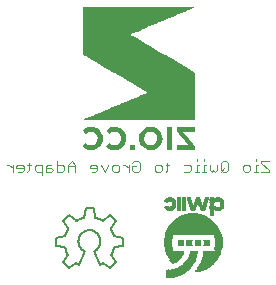
<source format=gbr>
G04 EAGLE Gerber RS-274X export*
G75*
%MOMM*%
%FSLAX34Y34*%
%LPD*%
%INSilkscreen Bottom*%
%IPPOS*%
%AMOC8*
5,1,8,0,0,1.08239X$1,22.5*%
G01*
%ADD10C,0.101600*%
%ADD11R,0.120000X0.020000*%
%ADD12R,0.340000X0.020000*%
%ADD13R,0.320000X0.020000*%
%ADD14R,0.140000X0.020000*%
%ADD15R,0.280000X0.020000*%
%ADD16R,0.360000X0.020000*%
%ADD17R,0.420000X0.020000*%
%ADD18R,0.380000X0.020000*%
%ADD19R,0.480000X0.020000*%
%ADD20R,0.540000X0.020000*%
%ADD21R,0.560000X0.020000*%
%ADD22R,0.400000X0.020000*%
%ADD23R,0.640000X0.020000*%
%ADD24R,0.620000X0.020000*%
%ADD25R,0.700000X0.020000*%
%ADD26R,0.660000X0.020000*%
%ADD27R,0.740000X0.020000*%
%ADD28R,1.080000X0.020000*%
%ADD29R,0.800000X0.020000*%
%ADD30R,1.100000X0.020000*%
%ADD31R,0.440000X0.020000*%
%ADD32R,0.840000X0.020000*%
%ADD33R,1.120000X0.020000*%
%ADD34R,0.460000X0.020000*%
%ADD35R,0.860000X0.020000*%
%ADD36R,0.900000X0.020000*%
%ADD37R,1.140000X0.020000*%
%ADD38R,0.920000X0.020000*%
%ADD39R,1.160000X0.020000*%
%ADD40R,0.960000X0.020000*%
%ADD41R,0.500000X0.020000*%
%ADD42R,0.520000X0.020000*%
%ADD43R,0.940000X0.020000*%
%ADD44R,0.260000X0.020000*%
%ADD45R,0.180000X0.020000*%
%ADD46R,0.580000X0.020000*%
%ADD47R,0.060000X0.020000*%
%ADD48R,0.600000X0.020000*%
%ADD49R,0.300000X0.020000*%
%ADD50R,0.040000X0.020000*%
%ADD51R,0.100000X0.020000*%
%ADD52R,0.160000X0.020000*%
%ADD53R,0.220000X0.020000*%
%ADD54R,0.980000X0.020000*%
%ADD55R,0.880000X0.020000*%
%ADD56R,0.760000X0.020000*%
%ADD57R,1.060000X0.020000*%
%ADD58R,0.720000X0.020000*%
%ADD59R,0.820000X0.020000*%
%ADD60R,1.180000X0.020000*%
%ADD61R,1.340000X0.020000*%
%ADD62R,1.460000X0.020000*%
%ADD63R,1.600000X0.020000*%
%ADD64R,1.700000X0.020000*%
%ADD65R,1.820000X0.020000*%
%ADD66R,1.900000X0.020000*%
%ADD67R,1.980000X0.020000*%
%ADD68R,2.100000X0.020000*%
%ADD69R,2.160000X0.020000*%
%ADD70R,2.260000X0.020000*%
%ADD71R,2.340000X0.020000*%
%ADD72R,2.400000X0.020000*%
%ADD73R,2.480000X0.020000*%
%ADD74R,2.540000X0.020000*%
%ADD75R,2.600000X0.020000*%
%ADD76R,2.680000X0.020000*%
%ADD77R,2.720000X0.020000*%
%ADD78R,2.800000X0.020000*%
%ADD79R,2.840000X0.020000*%
%ADD80R,2.900000X0.020000*%
%ADD81R,2.960000X0.020000*%
%ADD82R,3.000000X0.020000*%
%ADD83R,3.060000X0.020000*%
%ADD84R,3.120000X0.020000*%
%ADD85R,3.160000X0.020000*%
%ADD86R,3.200000X0.020000*%
%ADD87R,3.260000X0.020000*%
%ADD88R,3.300000X0.020000*%
%ADD89R,3.340000X0.020000*%
%ADD90R,3.380000X0.020000*%
%ADD91R,3.420000X0.020000*%
%ADD92R,3.460000X0.020000*%
%ADD93R,3.520000X0.020000*%
%ADD94R,3.540000X0.020000*%
%ADD95R,3.580000X0.020000*%
%ADD96R,3.620000X0.020000*%
%ADD97R,3.660000X0.020000*%
%ADD98R,3.700000X0.020000*%
%ADD99R,3.740000X0.020000*%
%ADD100R,3.780000X0.020000*%
%ADD101R,3.800000X0.020000*%
%ADD102R,3.840000X0.020000*%
%ADD103R,3.860000X0.020000*%
%ADD104R,3.900000X0.020000*%
%ADD105R,3.940000X0.020000*%
%ADD106R,3.960000X0.020000*%
%ADD107R,3.980000X0.020000*%
%ADD108R,4.020000X0.020000*%
%ADD109R,4.060000X0.020000*%
%ADD110R,4.080000X0.020000*%
%ADD111R,4.100000X0.020000*%
%ADD112R,4.120000X0.020000*%
%ADD113R,4.160000X0.020000*%
%ADD114R,4.180000X0.020000*%
%ADD115R,4.200000X0.020000*%
%ADD116R,4.240000X0.020000*%
%ADD117R,4.260000X0.020000*%
%ADD118R,4.280000X0.020000*%
%ADD119R,4.300000X0.020000*%
%ADD120R,4.320000X0.020000*%
%ADD121R,4.340000X0.020000*%
%ADD122R,4.380000X0.020000*%
%ADD123R,4.400000X0.020000*%
%ADD124R,4.440000X0.020000*%
%ADD125R,4.460000X0.020000*%
%ADD126R,4.500000X0.020000*%
%ADD127R,4.520000X0.020000*%
%ADD128R,4.540000X0.020000*%
%ADD129R,4.560000X0.020000*%
%ADD130R,4.580000X0.020000*%
%ADD131R,4.600000X0.020000*%
%ADD132R,4.620000X0.020000*%
%ADD133R,4.640000X0.020000*%
%ADD134R,4.660000X0.020000*%
%ADD135R,4.680000X0.020000*%
%ADD136R,4.700000X0.020000*%
%ADD137R,4.720000X0.020000*%
%ADD138R,4.740000X0.020000*%
%ADD139R,0.680000X0.020000*%
%ADD140R,1.480000X0.020000*%
%ADD141R,1.580000X0.020000*%
%ADD142R,1.560000X0.020000*%
%ADD143R,1.540000X0.020000*%
%ADD144R,1.520000X0.020000*%
%ADD145R,1.500000X0.020000*%
%ADD146R,1.440000X0.020000*%
%ADD147R,1.400000X0.020000*%
%ADD148R,1.420000X0.020000*%
%ADD149R,1.380000X0.020000*%
%ADD150R,1.360000X0.020000*%
%ADD151R,1.320000X0.020000*%
%ADD152R,1.300000X0.020000*%
%ADD153R,1.260000X0.020000*%
%ADD154R,1.220000X0.020000*%
%ADD155R,1.200000X0.020000*%
%ADD156R,1.040000X0.020000*%
%ADD157R,1.020000X0.020000*%
%ADD158R,1.000000X0.020000*%
%ADD159R,1.280000X0.020000*%
%ADD160R,0.780000X0.020000*%
%ADD161R,1.240000X0.020000*%
%ADD162R,0.020000X0.020000*%
%ADD163R,1.840000X0.020000*%
%ADD164R,1.800000X0.020000*%
%ADD165R,1.780000X0.020000*%
%ADD166R,1.760000X0.020000*%
%ADD167R,1.740000X0.020000*%
%ADD168R,1.680000X0.020000*%
%ADD169R,1.660000X0.020000*%
%ADD170R,1.620000X0.020000*%
%ADD171C,0.152400*%

G36*
X179663Y143999D02*
X179663Y143999D01*
X179662Y144000D01*
X179663Y144001D01*
X179663Y184079D01*
X179658Y184085D01*
X179657Y184090D01*
X176888Y185696D01*
X174120Y187300D01*
X171352Y188906D01*
X165815Y192113D01*
X163047Y193720D01*
X160278Y195323D01*
X157507Y196930D01*
X154738Y198533D01*
X151970Y200137D01*
X149205Y201743D01*
X146440Y203347D01*
X143675Y204953D01*
X140910Y206560D01*
X138148Y208166D01*
X135386Y209776D01*
X132624Y211386D01*
X129862Y213002D01*
X127106Y214618D01*
X124384Y216248D01*
X127057Y217391D01*
X129758Y218530D01*
X132462Y219670D01*
X135163Y220806D01*
X137865Y221945D01*
X140569Y223078D01*
X143270Y224214D01*
X145974Y225350D01*
X148676Y226487D01*
X151380Y227619D01*
X154139Y228778D01*
X156897Y229933D01*
X159656Y231092D01*
X162412Y232250D01*
X165170Y233406D01*
X170688Y235723D01*
X173447Y236881D01*
X176205Y238040D01*
X178961Y239199D01*
X179601Y239474D01*
X179604Y239479D01*
X179608Y239483D01*
X179607Y239485D01*
X179608Y239488D01*
X179601Y239491D01*
X179596Y239497D01*
X170053Y239497D01*
X166872Y239500D01*
X138241Y239500D01*
X137368Y239501D01*
X137336Y239501D01*
X135060Y239503D01*
X103244Y239503D01*
X100063Y239506D01*
X84157Y239506D01*
X84145Y239496D01*
X84146Y239495D01*
X84145Y239494D01*
X84145Y199313D01*
X84150Y199308D01*
X84151Y199303D01*
X86910Y197706D01*
X89669Y196106D01*
X92424Y194506D01*
X95183Y192909D01*
X97942Y191308D01*
X100701Y189711D01*
X103459Y188111D01*
X106218Y186511D01*
X108977Y184914D01*
X111735Y183314D01*
X114501Y181710D01*
X117263Y180110D01*
X120028Y178507D01*
X122793Y176903D01*
X125558Y175297D01*
X128320Y173693D01*
X131082Y172087D01*
X136606Y168874D01*
X139341Y167266D01*
X136636Y166095D01*
X133896Y164930D01*
X131160Y163774D01*
X128417Y162616D01*
X125678Y161460D01*
X122935Y160305D01*
X120196Y159153D01*
X117453Y158001D01*
X114710Y156849D01*
X111967Y155700D01*
X109205Y154541D01*
X106447Y153383D01*
X103685Y152224D01*
X100923Y151066D01*
X98164Y149907D01*
X95402Y148748D01*
X92643Y147590D01*
X89881Y146431D01*
X87123Y145270D01*
X84367Y144105D01*
X84364Y144099D01*
X84360Y144095D01*
X84362Y144093D01*
X84360Y144090D01*
X84367Y144087D01*
X84372Y144082D01*
X87540Y144050D01*
X90708Y144037D01*
X93880Y144027D01*
X97052Y144021D01*
X100223Y144015D01*
X103392Y144011D01*
X106563Y144008D01*
X109735Y144002D01*
X112906Y143999D01*
X116078Y143999D01*
X119246Y143995D01*
X122418Y143992D01*
X138292Y143992D01*
X141473Y143989D01*
X179651Y143989D01*
X179663Y143999D01*
G37*
G36*
X143535Y118600D02*
X143535Y118600D01*
X143536Y118602D01*
X143538Y118601D01*
X146492Y119558D01*
X146493Y119560D01*
X146495Y119559D01*
X149024Y121367D01*
X149024Y121370D01*
X149026Y121370D01*
X150854Y123879D01*
X150853Y123882D01*
X150855Y123882D01*
X151287Y125089D01*
X151611Y125978D01*
X151610Y125981D01*
X151611Y125982D01*
X151762Y128209D01*
X151761Y128210D01*
X151762Y128211D01*
X151592Y130525D01*
X151590Y130527D01*
X151591Y130528D01*
X150743Y132685D01*
X150741Y132686D01*
X150742Y132688D01*
X148933Y135159D01*
X148931Y135159D01*
X148931Y135162D01*
X146421Y136919D01*
X146419Y136918D01*
X146419Y136920D01*
X144169Y137727D01*
X144167Y137726D01*
X144165Y137727D01*
X141775Y137865D01*
X141774Y137864D01*
X141773Y137865D01*
X138860Y137577D01*
X138859Y137575D01*
X138857Y137576D01*
X136018Y136241D01*
X136017Y136239D01*
X136015Y136239D01*
X133730Y134095D01*
X133729Y134092D01*
X133727Y134091D01*
X132287Y131307D01*
X132288Y131305D01*
X132286Y131303D01*
X132286Y131302D01*
X132284Y131290D01*
X132275Y131230D01*
X132273Y131218D01*
X132272Y131206D01*
X132270Y131194D01*
X132259Y131123D01*
X132258Y131111D01*
X132256Y131099D01*
X132254Y131087D01*
X132245Y131027D01*
X132244Y131015D01*
X132242Y131003D01*
X132240Y130991D01*
X132238Y130980D01*
X132238Y130979D01*
X132230Y130920D01*
X132228Y130908D01*
X132226Y130896D01*
X132225Y130884D01*
X132224Y130884D01*
X132225Y130884D01*
X132214Y130812D01*
X132212Y130800D01*
X132211Y130789D01*
X132211Y130788D01*
X132209Y130777D01*
X132200Y130717D01*
X132198Y130705D01*
X132197Y130693D01*
X132195Y130681D01*
X132184Y130609D01*
X132183Y130598D01*
X132183Y130597D01*
X132181Y130586D01*
X132179Y130574D01*
X132170Y130514D01*
X132169Y130502D01*
X132167Y130490D01*
X132165Y130478D01*
X132163Y130466D01*
X132155Y130407D01*
X132155Y130406D01*
X132153Y130395D01*
X132151Y130383D01*
X132149Y130371D01*
X132139Y130299D01*
X132137Y130287D01*
X132135Y130275D01*
X132134Y130263D01*
X132125Y130204D01*
X132123Y130192D01*
X132121Y130180D01*
X132120Y130168D01*
X132109Y130096D01*
X132108Y130084D01*
X132107Y130084D01*
X132108Y130084D01*
X132106Y130072D01*
X132104Y130060D01*
X132094Y129989D01*
X132092Y129977D01*
X132090Y129965D01*
X132088Y129953D01*
X132080Y129893D01*
X132078Y129881D01*
X132076Y129869D01*
X132074Y129857D01*
X132064Y129786D01*
X132062Y129774D01*
X132060Y129762D01*
X132059Y129750D01*
X132050Y129690D01*
X132048Y129678D01*
X132046Y129666D01*
X132045Y129654D01*
X132034Y129583D01*
X132032Y129571D01*
X132031Y129559D01*
X132029Y129547D01*
X132018Y129475D01*
X132017Y129463D01*
X132015Y129452D01*
X132015Y129451D01*
X132013Y129440D01*
X132004Y129380D01*
X132003Y129368D01*
X132001Y129356D01*
X131999Y129344D01*
X131989Y129272D01*
X131987Y129261D01*
X131987Y129260D01*
X131985Y129249D01*
X131984Y129237D01*
X131983Y129237D01*
X131984Y129237D01*
X131975Y129177D01*
X131973Y129165D01*
X131971Y129153D01*
X131970Y129141D01*
X131959Y129070D01*
X131959Y129069D01*
X131957Y129058D01*
X131956Y129046D01*
X131954Y129034D01*
X131943Y128962D01*
X131942Y128950D01*
X131940Y128938D01*
X131938Y128926D01*
X131929Y128867D01*
X131928Y128855D01*
X131926Y128843D01*
X131924Y128831D01*
X131914Y128759D01*
X131912Y128747D01*
X131910Y128735D01*
X131908Y128723D01*
X131900Y128664D01*
X131898Y128652D01*
X131896Y128640D01*
X131894Y128628D01*
X131893Y128616D01*
X131884Y128556D01*
X131882Y128544D01*
X131880Y128532D01*
X131879Y128520D01*
X131868Y128449D01*
X131867Y128437D01*
X131866Y128437D01*
X131867Y128437D01*
X131865Y128425D01*
X131863Y128413D01*
X131854Y128353D01*
X131853Y128341D01*
X131851Y128329D01*
X131849Y128317D01*
X131839Y128246D01*
X131838Y128241D01*
X131839Y128239D01*
X131838Y128237D01*
X132126Y125831D01*
X132127Y125829D01*
X132126Y125828D01*
X132411Y125089D01*
X133007Y123568D01*
X133008Y123567D01*
X133008Y123566D01*
X134439Y121613D01*
X134441Y121613D01*
X134441Y121611D01*
X136627Y119864D01*
X136629Y119864D01*
X136630Y119862D01*
X139219Y118803D01*
X139221Y118803D01*
X139222Y118802D01*
X141369Y118546D01*
X141370Y118546D01*
X141371Y118546D01*
X143535Y118600D01*
G37*
G36*
X179663Y118819D02*
X179663Y118819D01*
X179662Y118819D01*
X179663Y118820D01*
X179663Y121969D01*
X179659Y121973D01*
X179660Y121977D01*
X177948Y123968D01*
X176235Y125958D01*
X174523Y127952D01*
X172811Y129943D01*
X171096Y131934D01*
X169400Y133905D01*
X171864Y133920D01*
X174354Y133933D01*
X176841Y133946D01*
X179331Y133962D01*
X179343Y133973D01*
X179342Y133973D01*
X179343Y133974D01*
X179343Y137600D01*
X179332Y137612D01*
X179331Y137611D01*
X179331Y137612D01*
X163966Y137612D01*
X163954Y137602D01*
X163954Y137601D01*
X163954Y137600D01*
X163966Y134451D01*
X163970Y134447D01*
X163969Y134443D01*
X165685Y132452D01*
X167403Y130459D01*
X169119Y128468D01*
X170834Y126477D01*
X172553Y124483D01*
X174251Y122512D01*
X173529Y122509D01*
X173523Y122509D01*
X171701Y122500D01*
X171242Y122497D01*
X171237Y122497D01*
X169318Y122485D01*
X169313Y122485D01*
X169121Y122484D01*
X166961Y122473D01*
X166955Y122473D01*
X166545Y122471D01*
X164557Y122461D01*
X164551Y122461D01*
X163966Y122458D01*
X163954Y122448D01*
X163954Y122447D01*
X163954Y122446D01*
X163954Y118820D01*
X163964Y118808D01*
X163965Y118809D01*
X163966Y118808D01*
X179651Y118808D01*
X179663Y118819D01*
G37*
G36*
X113124Y118587D02*
X113124Y118587D01*
X113126Y118589D01*
X113128Y118588D01*
X116133Y119551D01*
X116134Y119553D01*
X116136Y119553D01*
X118649Y121457D01*
X118649Y121460D01*
X118651Y121460D01*
X120181Y123591D01*
X120181Y123594D01*
X120183Y123594D01*
X121066Y126068D01*
X121065Y126070D01*
X121067Y126071D01*
X121265Y128689D01*
X121264Y128691D01*
X121265Y128692D01*
X120839Y131182D01*
X120838Y131183D01*
X120838Y131185D01*
X119789Y133483D01*
X119787Y133484D01*
X119787Y133486D01*
X118171Y135428D01*
X118169Y135429D01*
X118168Y135430D01*
X116008Y136935D01*
X116006Y136934D01*
X116005Y136936D01*
X113509Y137775D01*
X113507Y137774D01*
X113506Y137775D01*
X110961Y137913D01*
X110960Y137912D01*
X110959Y137913D01*
X108428Y137618D01*
X108426Y137617D01*
X108425Y137618D01*
X106264Y136744D01*
X106263Y136742D01*
X106262Y136742D01*
X104377Y135379D01*
X104376Y135374D01*
X104372Y135373D01*
X104219Y134858D01*
X104219Y134857D01*
X104222Y134851D01*
X104221Y134846D01*
X105434Y133429D01*
X106557Y132116D01*
X106570Y132115D01*
X106572Y132114D01*
X107382Y132581D01*
X109361Y133716D01*
X111597Y134122D01*
X113800Y133582D01*
X115675Y132046D01*
X116738Y129865D01*
X116895Y128261D01*
X116738Y126661D01*
X115521Y124237D01*
X113334Y122650D01*
X111373Y122388D01*
X109409Y122646D01*
X107117Y124043D01*
X106545Y124507D01*
X106529Y124506D01*
X105201Y123188D01*
X103876Y121869D01*
X103875Y121853D01*
X103876Y121853D01*
X103876Y121852D01*
X104564Y121196D01*
X104565Y121196D01*
X104565Y121195D01*
X106534Y119710D01*
X106536Y119710D01*
X106536Y119708D01*
X108828Y118803D01*
X108830Y118803D01*
X108831Y118802D01*
X110969Y118549D01*
X110970Y118550D01*
X110970Y118549D01*
X113124Y118587D01*
G37*
G36*
X93067Y118552D02*
X93067Y118552D01*
X93069Y118554D01*
X93070Y118553D01*
X95813Y119343D01*
X95814Y119345D01*
X95816Y119344D01*
X98213Y120884D01*
X98214Y120886D01*
X98216Y120886D01*
X100037Y123085D01*
X100037Y123087D01*
X100039Y123088D01*
X101150Y125715D01*
X101149Y125717D01*
X101150Y125719D01*
X101397Y128206D01*
X101396Y128207D01*
X101397Y128208D01*
X101154Y130695D01*
X101152Y130696D01*
X101153Y130698D01*
X100113Y133198D01*
X100111Y133199D01*
X100111Y133200D01*
X98437Y135326D01*
X98435Y135326D01*
X98435Y135328D01*
X96223Y136887D01*
X96221Y136886D01*
X96220Y136888D01*
X93663Y137775D01*
X93661Y137774D01*
X93660Y137775D01*
X91116Y137913D01*
X91114Y137912D01*
X91114Y137913D01*
X88582Y137618D01*
X88581Y137617D01*
X88579Y137618D01*
X86422Y136744D01*
X86421Y136742D01*
X86419Y136742D01*
X84534Y135382D01*
X84531Y135367D01*
X85577Y133431D01*
X85579Y133430D01*
X85579Y133429D01*
X86718Y132110D01*
X86724Y132109D01*
X86726Y132107D01*
X86729Y132107D01*
X86730Y132108D01*
X86733Y132107D01*
X87277Y132386D01*
X87278Y132386D01*
X89311Y133646D01*
X91640Y134135D01*
X93955Y133582D01*
X95660Y132273D01*
X96714Y130392D01*
X97056Y128261D01*
X96650Y125888D01*
X95305Y123895D01*
X93444Y122640D01*
X91215Y122378D01*
X89094Y122848D01*
X87272Y124043D01*
X86699Y124507D01*
X86684Y124506D01*
X85416Y123242D01*
X84148Y121865D01*
X84148Y121850D01*
X84654Y121248D01*
X84656Y121248D01*
X84656Y121246D01*
X86595Y119752D01*
X86597Y119752D01*
X86598Y119750D01*
X88867Y118841D01*
X88869Y118842D01*
X88870Y118840D01*
X91306Y118546D01*
X91307Y118546D01*
X93067Y118552D01*
G37*
%LPC*%
G36*
X140340Y122516D02*
X140340Y122516D01*
X138182Y123649D01*
X137101Y125100D01*
X136725Y125607D01*
X136176Y127987D01*
X136553Y130404D01*
X138067Y132627D01*
X139849Y133761D01*
X141934Y134096D01*
X144249Y133604D01*
X146120Y132167D01*
X147229Y130072D01*
X147465Y128319D01*
X147456Y128234D01*
X147435Y128055D01*
X147414Y127864D01*
X147394Y127685D01*
X147372Y127494D01*
X147352Y127315D01*
X147330Y127124D01*
X147310Y126945D01*
X147289Y126754D01*
X147269Y126575D01*
X147268Y126575D01*
X147267Y126563D01*
X146420Y125099D01*
X145785Y124004D01*
X144013Y122970D01*
X143197Y122516D01*
X140340Y122516D01*
G37*
%LPD*%
G36*
X159817Y118819D02*
X159817Y118819D01*
X159816Y118819D01*
X159817Y118820D01*
X159817Y137597D01*
X159807Y137609D01*
X159806Y137608D01*
X159805Y137609D01*
X155750Y137609D01*
X155738Y137598D01*
X155739Y137598D01*
X155738Y137597D01*
X155738Y118820D01*
X155749Y118808D01*
X155750Y118809D01*
X155750Y118808D01*
X159805Y118808D01*
X159817Y118819D01*
G37*
G36*
X128767Y118819D02*
X128767Y118819D01*
X128766Y118819D01*
X128767Y118820D01*
X128767Y123086D01*
X128756Y123098D01*
X128756Y123097D01*
X128755Y123098D01*
X124380Y123098D01*
X124368Y123088D01*
X124369Y123087D01*
X124368Y123086D01*
X124368Y118820D01*
X124378Y118808D01*
X124379Y118809D01*
X124380Y118808D01*
X128755Y118808D01*
X128767Y118819D01*
G37*
D10*
X241554Y109228D02*
X235453Y109228D01*
X235453Y107703D01*
X241554Y101601D01*
X241554Y100076D01*
X235453Y100076D01*
X232199Y106177D02*
X230674Y106177D01*
X230674Y100076D01*
X232199Y100076D02*
X229148Y100076D01*
X230674Y109228D02*
X230674Y110753D01*
X224437Y100076D02*
X221386Y100076D01*
X219861Y101601D01*
X219861Y104652D01*
X221386Y106177D01*
X224437Y106177D01*
X225962Y104652D01*
X225962Y101601D01*
X224437Y100076D01*
X207252Y101601D02*
X207252Y107703D01*
X205726Y109228D01*
X202676Y109228D01*
X201150Y107703D01*
X201150Y101601D01*
X202676Y100076D01*
X205726Y100076D01*
X207252Y101601D01*
X204201Y103127D02*
X201150Y100076D01*
X197896Y101601D02*
X197896Y106177D01*
X197896Y101601D02*
X196371Y100076D01*
X194846Y101601D01*
X193321Y100076D01*
X191795Y101601D01*
X191795Y106177D01*
X188541Y106177D02*
X187016Y106177D01*
X187016Y100076D01*
X188541Y100076D02*
X185491Y100076D01*
X187016Y109228D02*
X187016Y110753D01*
X182305Y106177D02*
X180779Y106177D01*
X180779Y100076D01*
X179254Y100076D02*
X182305Y100076D01*
X180779Y109228D02*
X180779Y110753D01*
X174542Y106177D02*
X169967Y106177D01*
X174542Y106177D02*
X176068Y104652D01*
X176068Y101601D01*
X174542Y100076D01*
X169967Y100076D01*
X155832Y101601D02*
X155832Y107703D01*
X155832Y101601D02*
X154307Y100076D01*
X154307Y106177D02*
X157357Y106177D01*
X149595Y100076D02*
X146545Y100076D01*
X145019Y101601D01*
X145019Y104652D01*
X146545Y106177D01*
X149595Y106177D01*
X151121Y104652D01*
X151121Y101601D01*
X149595Y100076D01*
X127834Y109228D02*
X126309Y107703D01*
X127834Y109228D02*
X130885Y109228D01*
X132410Y107703D01*
X132410Y101601D01*
X130885Y100076D01*
X127834Y100076D01*
X126309Y101601D01*
X126309Y104652D01*
X129360Y104652D01*
X123055Y106177D02*
X123055Y100076D01*
X123055Y103127D02*
X120004Y106177D01*
X118479Y106177D01*
X113734Y100076D02*
X110683Y100076D01*
X109158Y101601D01*
X109158Y104652D01*
X110683Y106177D01*
X113734Y106177D01*
X115259Y104652D01*
X115259Y101601D01*
X113734Y100076D01*
X105904Y106177D02*
X102853Y100076D01*
X99803Y106177D01*
X95023Y100076D02*
X91973Y100076D01*
X95023Y100076D02*
X96549Y101601D01*
X96549Y104652D01*
X95023Y106177D01*
X91973Y106177D01*
X90447Y104652D01*
X90447Y103127D01*
X96549Y103127D01*
X77838Y106177D02*
X77838Y100076D01*
X77838Y106177D02*
X74788Y109228D01*
X71737Y106177D01*
X71737Y100076D01*
X71737Y104652D02*
X77838Y104652D01*
X62382Y109228D02*
X62382Y100076D01*
X66958Y100076D01*
X68483Y101601D01*
X68483Y104652D01*
X66958Y106177D01*
X62382Y106177D01*
X57603Y106177D02*
X54552Y106177D01*
X53027Y104652D01*
X53027Y100076D01*
X57603Y100076D01*
X59128Y101601D01*
X57603Y103127D01*
X53027Y103127D01*
X49773Y106177D02*
X49773Y97025D01*
X49773Y106177D02*
X45197Y106177D01*
X43672Y104652D01*
X43672Y101601D01*
X45197Y100076D01*
X49773Y100076D01*
X38892Y101601D02*
X38892Y107703D01*
X38892Y101601D02*
X37367Y100076D01*
X37367Y106177D02*
X40418Y106177D01*
X32655Y100076D02*
X29605Y100076D01*
X32655Y100076D02*
X34181Y101601D01*
X34181Y104652D01*
X32655Y106177D01*
X29605Y106177D01*
X28080Y104652D01*
X28080Y103127D01*
X34181Y103127D01*
X24826Y100076D02*
X24826Y106177D01*
X24826Y103127D02*
X21775Y106177D01*
X20250Y106177D01*
D11*
X199062Y77650D03*
D12*
X193762Y77650D03*
X189562Y77650D03*
D13*
X181662Y77650D03*
X174062Y77650D03*
D12*
X169962Y77650D03*
X165762Y77650D03*
D14*
X157962Y77650D03*
D15*
X199062Y77450D03*
D16*
X193662Y77450D03*
X189462Y77450D03*
X181662Y77450D03*
D12*
X173962Y77450D03*
D16*
X170062Y77450D03*
X165662Y77450D03*
D13*
X157862Y77450D03*
D17*
X199162Y77250D03*
D16*
X193662Y77250D03*
X189462Y77250D03*
D18*
X181762Y77250D03*
D16*
X174062Y77250D03*
X170062Y77250D03*
X165662Y77250D03*
D19*
X157862Y77250D03*
X199062Y77050D03*
D16*
X193662Y77050D03*
X189462Y77050D03*
D18*
X181762Y77050D03*
D12*
X174162Y77050D03*
D16*
X170062Y77050D03*
X165662Y77050D03*
D20*
X157962Y77050D03*
D21*
X199062Y76850D03*
D16*
X193662Y76850D03*
X189262Y76850D03*
D22*
X181662Y76850D03*
D12*
X174162Y76850D03*
D16*
X170062Y76850D03*
X165662Y76850D03*
D23*
X157862Y76850D03*
D24*
X199162Y76650D03*
D16*
X193662Y76650D03*
X189262Y76650D03*
D22*
X181662Y76650D03*
D16*
X174262Y76650D03*
X170062Y76650D03*
X165662Y76650D03*
D25*
X157962Y76650D03*
D26*
X199162Y76450D03*
D18*
X193762Y76450D03*
D12*
X189162Y76450D03*
D17*
X181762Y76450D03*
D12*
X174362Y76450D03*
D16*
X170062Y76450D03*
X165662Y76450D03*
D27*
X157962Y76450D03*
D28*
X197262Y76250D03*
D16*
X189062Y76250D03*
D17*
X181762Y76250D03*
D12*
X174362Y76250D03*
D16*
X170062Y76250D03*
X165662Y76250D03*
D29*
X157862Y76250D03*
D30*
X197362Y76050D03*
D16*
X189062Y76050D03*
D31*
X181662Y76050D03*
D12*
X174362Y76050D03*
D16*
X170062Y76050D03*
X165662Y76050D03*
D32*
X157862Y76050D03*
D33*
X197462Y75850D03*
D12*
X188962Y75850D03*
D34*
X181762Y75850D03*
D12*
X174562Y75850D03*
D16*
X170062Y75850D03*
X165662Y75850D03*
D35*
X157962Y75850D03*
D33*
X197462Y75650D03*
D12*
X188962Y75650D03*
D34*
X181762Y75650D03*
D12*
X174562Y75650D03*
D16*
X170062Y75650D03*
X165662Y75650D03*
D36*
X157962Y75650D03*
D37*
X197562Y75450D03*
D16*
X188862Y75450D03*
D19*
X181662Y75450D03*
D13*
X174662Y75450D03*
D16*
X170062Y75450D03*
X165662Y75450D03*
D38*
X157862Y75450D03*
D39*
X197662Y75250D03*
D12*
X188762Y75250D03*
D19*
X181662Y75250D03*
D12*
X174762Y75250D03*
D16*
X170062Y75250D03*
X165662Y75250D03*
D40*
X157862Y75250D03*
D39*
X197662Y75050D03*
D12*
X188762Y75050D03*
D41*
X181762Y75050D03*
D12*
X174762Y75050D03*
D16*
X170062Y75050D03*
X165662Y75050D03*
D40*
X158062Y75050D03*
D39*
X197662Y74850D03*
D16*
X188662Y74850D03*
D42*
X181662Y74850D03*
D12*
X174762Y74850D03*
D16*
X170062Y74850D03*
X165662Y74850D03*
D43*
X158162Y74850D03*
D19*
X201262Y74650D03*
D20*
X194562Y74650D03*
D12*
X188562Y74650D03*
D42*
X181662Y74650D03*
D13*
X174862Y74650D03*
D16*
X170062Y74650D03*
X165662Y74650D03*
D19*
X160662Y74650D03*
D13*
X155462Y74650D03*
D34*
X201562Y74450D03*
D41*
X194362Y74450D03*
D12*
X188562Y74450D03*
D42*
X181662Y74450D03*
D12*
X174962Y74450D03*
D16*
X170062Y74450D03*
X165662Y74450D03*
D31*
X160862Y74450D03*
D44*
X155362Y74450D03*
D17*
X201762Y74250D03*
D34*
X194162Y74250D03*
D16*
X188462Y74250D03*
D20*
X181762Y74250D03*
D13*
X175062Y74250D03*
D16*
X170062Y74250D03*
X165662Y74250D03*
D17*
X161162Y74250D03*
D45*
X155362Y74250D03*
D22*
X201862Y74050D03*
D31*
X194062Y74050D03*
D12*
X188362Y74050D03*
D20*
X181762Y74050D03*
D13*
X175062Y74050D03*
D16*
X170062Y74050D03*
X165662Y74050D03*
D22*
X161262Y74050D03*
D11*
X155462Y74050D03*
D22*
X201862Y73850D03*
D17*
X193962Y73850D03*
D12*
X188362Y73850D03*
D46*
X181762Y73850D03*
D12*
X175162Y73850D03*
D16*
X170062Y73850D03*
X165662Y73850D03*
D18*
X161362Y73850D03*
D47*
X155562Y73850D03*
D18*
X201962Y73650D03*
D22*
X193862Y73650D03*
D13*
X188262Y73650D03*
D46*
X181762Y73650D03*
D13*
X175262Y73650D03*
D16*
X170062Y73650D03*
X165662Y73650D03*
X161462Y73650D03*
D18*
X202162Y73450D03*
D22*
X193862Y73450D03*
D12*
X188162Y73450D03*
D48*
X181662Y73450D03*
D13*
X175262Y73450D03*
D16*
X170062Y73450D03*
X165662Y73450D03*
D18*
X161562Y73450D03*
X202162Y73250D03*
D22*
X193862Y73250D03*
D12*
X188162Y73250D03*
D48*
X181662Y73250D03*
D13*
X175462Y73250D03*
D16*
X170062Y73250D03*
X165662Y73250D03*
D18*
X161562Y73250D03*
X202162Y73050D03*
X193762Y73050D03*
D13*
X188062Y73050D03*
D15*
X183262Y73050D03*
D49*
X180162Y73050D03*
D13*
X175462Y73050D03*
D16*
X170062Y73050D03*
X165662Y73050D03*
X161662Y73050D03*
X202262Y72850D03*
D18*
X193762Y72850D03*
D12*
X187962Y72850D03*
D15*
X183462Y72850D03*
D49*
X180162Y72850D03*
D13*
X175462Y72850D03*
D16*
X170062Y72850D03*
X165662Y72850D03*
X161662Y72850D03*
X202262Y72650D03*
D18*
X193762Y72650D03*
D12*
X187962Y72650D03*
D15*
X183462Y72650D03*
D49*
X179962Y72650D03*
X175562Y72650D03*
D16*
X170062Y72650D03*
X165662Y72650D03*
X161662Y72650D03*
X202262Y72450D03*
X193662Y72450D03*
D13*
X187862Y72450D03*
D49*
X183562Y72450D03*
X179962Y72450D03*
D13*
X175662Y72450D03*
D16*
X170062Y72450D03*
X165662Y72450D03*
X161662Y72450D03*
X202262Y72250D03*
X193662Y72250D03*
D12*
X187762Y72250D03*
D49*
X183562Y72250D03*
X179962Y72250D03*
D13*
X175662Y72250D03*
D16*
X170062Y72250D03*
X165662Y72250D03*
X161662Y72250D03*
X202262Y72050D03*
X193662Y72050D03*
D13*
X187662Y72050D03*
D15*
X183662Y72050D03*
X179862Y72050D03*
D49*
X175762Y72050D03*
D16*
X170062Y72050D03*
X165662Y72050D03*
X161662Y72050D03*
X202262Y71850D03*
X193662Y71850D03*
D13*
X187662Y71850D03*
D15*
X183662Y71850D03*
D49*
X179762Y71850D03*
D13*
X175862Y71850D03*
D16*
X170062Y71850D03*
X165662Y71850D03*
X161662Y71850D03*
X202262Y71650D03*
X193662Y71650D03*
D13*
X187662Y71650D03*
D15*
X183862Y71650D03*
D49*
X179762Y71650D03*
X175962Y71650D03*
D16*
X170062Y71650D03*
X165662Y71650D03*
X161662Y71650D03*
X202262Y71450D03*
D18*
X193762Y71450D03*
D12*
X187562Y71450D03*
D15*
X183862Y71450D03*
D49*
X179562Y71450D03*
X175962Y71450D03*
D16*
X170062Y71450D03*
X165662Y71450D03*
X161662Y71450D03*
X202262Y71250D03*
D18*
X193762Y71250D03*
D13*
X187462Y71250D03*
D15*
X183862Y71250D03*
D49*
X179562Y71250D03*
X175962Y71250D03*
D16*
X170062Y71250D03*
X165662Y71250D03*
X161662Y71250D03*
D18*
X202162Y71050D03*
X193762Y71050D03*
D13*
X187462Y71050D03*
D15*
X183862Y71050D03*
D49*
X179562Y71050D03*
D13*
X176062Y71050D03*
D16*
X170062Y71050D03*
X165662Y71050D03*
D18*
X161562Y71050D03*
X202162Y70850D03*
D22*
X193862Y70850D03*
D13*
X187262Y70850D03*
D15*
X184062Y70850D03*
D49*
X179562Y70850D03*
X176162Y70850D03*
D16*
X170062Y70850D03*
X165662Y70850D03*
D18*
X161562Y70850D03*
X202162Y70650D03*
D22*
X193862Y70650D03*
D24*
X185762Y70650D03*
X177762Y70650D03*
D16*
X170062Y70650D03*
X165662Y70650D03*
D18*
X161362Y70650D03*
D50*
X155462Y70650D03*
D18*
X201962Y70450D03*
D22*
X193862Y70450D03*
D24*
X185762Y70450D03*
D48*
X177862Y70450D03*
D16*
X170062Y70450D03*
X165662Y70450D03*
D18*
X161362Y70450D03*
D51*
X155362Y70450D03*
D22*
X201862Y70250D03*
D17*
X193962Y70250D03*
D46*
X185762Y70250D03*
X177762Y70250D03*
D16*
X170062Y70250D03*
X165662Y70250D03*
D22*
X161262Y70250D03*
D52*
X155262Y70250D03*
D22*
X201862Y70050D03*
D31*
X194062Y70050D03*
D46*
X185762Y70050D03*
X177762Y70050D03*
D16*
X170062Y70050D03*
X165662Y70050D03*
D17*
X161162Y70050D03*
D53*
X155162Y70050D03*
D17*
X201762Y69850D03*
D34*
X194162Y69850D03*
D46*
X185762Y69850D03*
D21*
X177862Y69850D03*
D16*
X170062Y69850D03*
X165662Y69850D03*
D31*
X160862Y69850D03*
D15*
X155262Y69850D03*
D31*
X201462Y69650D03*
D19*
X194262Y69650D03*
D20*
X185762Y69650D03*
D21*
X177862Y69650D03*
D16*
X170062Y69650D03*
X165662Y69650D03*
D40*
X158262Y69650D03*
D34*
X201362Y69450D03*
D42*
X194462Y69450D03*
D20*
X185762Y69450D03*
X177762Y69450D03*
D16*
X170062Y69450D03*
X165662Y69450D03*
D40*
X158062Y69450D03*
D42*
X200862Y69250D03*
D48*
X194862Y69250D03*
D42*
X185662Y69250D03*
X177862Y69250D03*
D16*
X170062Y69250D03*
X165662Y69250D03*
D54*
X157962Y69250D03*
D39*
X197662Y69050D03*
D41*
X185762Y69050D03*
D42*
X177862Y69050D03*
D16*
X170062Y69050D03*
X165662Y69050D03*
D43*
X157962Y69050D03*
D39*
X197662Y68850D03*
D41*
X185762Y68850D03*
D19*
X177862Y68850D03*
D16*
X170062Y68850D03*
X165662Y68850D03*
D38*
X157862Y68850D03*
D37*
X197562Y68650D03*
D19*
X185662Y68650D03*
X177862Y68650D03*
D16*
X170062Y68650D03*
X165662Y68650D03*
D55*
X157862Y68650D03*
D33*
X197462Y68450D03*
D19*
X185662Y68450D03*
X177862Y68450D03*
D16*
X170062Y68450D03*
X165662Y68450D03*
D32*
X157862Y68450D03*
D30*
X197362Y68250D03*
D34*
X185762Y68250D03*
D31*
X177862Y68250D03*
D16*
X170062Y68250D03*
X165662Y68250D03*
D29*
X157862Y68250D03*
D28*
X197262Y68050D03*
D31*
X185662Y68050D03*
X177862Y68050D03*
D16*
X170062Y68050D03*
X165662Y68050D03*
D56*
X157862Y68050D03*
D57*
X197162Y67850D03*
D17*
X185762Y67850D03*
D31*
X177862Y67850D03*
D16*
X170062Y67850D03*
X165662Y67850D03*
D58*
X157862Y67850D03*
D23*
X199062Y67650D03*
D18*
X193762Y67650D03*
D22*
X185662Y67650D03*
D17*
X177962Y67650D03*
D16*
X170062Y67650D03*
X165662Y67650D03*
D23*
X157862Y67650D03*
D48*
X199062Y67450D03*
D16*
X193662Y67450D03*
D22*
X185662Y67450D03*
X177862Y67450D03*
D16*
X170062Y67450D03*
X165662Y67450D03*
D48*
X157862Y67450D03*
D21*
X199062Y67250D03*
D16*
X193662Y67250D03*
D22*
X185662Y67250D03*
D18*
X177962Y67250D03*
D16*
X170062Y67250D03*
X165662Y67250D03*
D41*
X157962Y67250D03*
D19*
X199062Y67050D03*
D16*
X193662Y67050D03*
X185662Y67050D03*
D18*
X177962Y67050D03*
D16*
X170062Y67050D03*
X165662Y67050D03*
X157862Y67050D03*
D22*
X199062Y66850D03*
D16*
X193662Y66850D03*
X185662Y66850D03*
X177862Y66850D03*
D12*
X169962Y66850D03*
D16*
X165662Y66850D03*
D53*
X157962Y66850D03*
D15*
X199062Y66650D03*
D16*
X193662Y66650D03*
D51*
X198962Y66450D03*
D16*
X193662Y66450D03*
X193662Y66250D03*
X193662Y66050D03*
X193662Y65850D03*
X193662Y65650D03*
X193662Y65450D03*
X193662Y65250D03*
X193662Y65050D03*
X193662Y64850D03*
X193662Y64650D03*
X193662Y64450D03*
X193662Y64250D03*
D17*
X177962Y64250D03*
D16*
X193662Y64050D03*
D59*
X177962Y64050D03*
D16*
X193662Y63850D03*
D54*
X177962Y63850D03*
D16*
X193662Y63650D03*
D60*
X177962Y63650D03*
D16*
X193662Y63450D03*
D61*
X177962Y63450D03*
D16*
X193662Y63250D03*
D62*
X177962Y63250D03*
D16*
X193662Y63050D03*
D63*
X177862Y63050D03*
D12*
X193762Y62850D03*
D64*
X177962Y62850D03*
D65*
X177962Y62650D03*
D66*
X177962Y62450D03*
D67*
X177962Y62250D03*
D68*
X177962Y62050D03*
D69*
X177862Y61850D03*
D70*
X177962Y61650D03*
D71*
X177962Y61450D03*
D72*
X177862Y61250D03*
D73*
X177862Y61050D03*
D74*
X177962Y60850D03*
D75*
X177862Y60650D03*
D76*
X177862Y60450D03*
D77*
X177862Y60250D03*
D78*
X177862Y60050D03*
D79*
X177862Y59850D03*
D80*
X177962Y59650D03*
D81*
X177862Y59450D03*
D82*
X177862Y59250D03*
D83*
X177962Y59050D03*
D84*
X177862Y58850D03*
D85*
X177862Y58650D03*
D86*
X177862Y58450D03*
D87*
X177962Y58250D03*
D88*
X177962Y58050D03*
D89*
X177962Y57850D03*
D90*
X177962Y57650D03*
D91*
X177962Y57450D03*
D92*
X177962Y57250D03*
D93*
X177862Y57050D03*
D94*
X177962Y56850D03*
D95*
X177962Y56650D03*
D96*
X177962Y56450D03*
D97*
X177962Y56250D03*
D98*
X177962Y56050D03*
D99*
X177962Y55850D03*
D100*
X177962Y55650D03*
D101*
X177862Y55450D03*
D102*
X177862Y55250D03*
D103*
X177962Y55050D03*
D104*
X177962Y54850D03*
D105*
X177962Y54650D03*
D106*
X177862Y54450D03*
D107*
X177962Y54250D03*
D108*
X177962Y54050D03*
D109*
X177962Y53850D03*
D110*
X177862Y53650D03*
D111*
X177962Y53450D03*
D112*
X177862Y53250D03*
D113*
X177862Y53050D03*
D114*
X177962Y52850D03*
D115*
X177862Y52650D03*
D116*
X177862Y52450D03*
D117*
X177962Y52250D03*
D118*
X177862Y52050D03*
D119*
X177962Y51850D03*
D120*
X177862Y51650D03*
D121*
X177962Y51450D03*
D122*
X177962Y51250D03*
X177962Y51050D03*
D123*
X177862Y50850D03*
D124*
X177862Y50650D03*
D125*
X177962Y50450D03*
X177962Y50250D03*
D126*
X177962Y50050D03*
D127*
X177862Y49850D03*
X177862Y49650D03*
D128*
X177962Y49450D03*
D129*
X177862Y49250D03*
D130*
X177962Y49050D03*
D131*
X177862Y48850D03*
X177862Y48650D03*
D132*
X177962Y48450D03*
D133*
X177862Y48250D03*
D134*
X177962Y48050D03*
X177962Y47850D03*
D135*
X177862Y47650D03*
D136*
X177962Y47450D03*
D137*
X177862Y47250D03*
X177862Y47050D03*
D138*
X177962Y46850D03*
X177962Y46650D03*
D48*
X198662Y46450D03*
D23*
X157262Y46450D03*
D48*
X198862Y46250D03*
D24*
X157162Y46250D03*
D46*
X198962Y46050D03*
D24*
X157162Y46050D03*
D46*
X198962Y45850D03*
D24*
X157162Y45850D03*
D46*
X198962Y45650D03*
D23*
X157062Y45650D03*
D48*
X199062Y45450D03*
D23*
X157062Y45450D03*
D48*
X199062Y45250D03*
D23*
X157062Y45250D03*
D48*
X199062Y45050D03*
D26*
X156962Y45050D03*
D48*
X199062Y44850D03*
D26*
X156962Y44850D03*
D24*
X199162Y44650D03*
D26*
X156962Y44650D03*
D24*
X199162Y44450D03*
D26*
X156962Y44450D03*
D24*
X199162Y44250D03*
D26*
X156962Y44250D03*
D24*
X199162Y44050D03*
D26*
X156962Y44050D03*
D24*
X199162Y43850D03*
D139*
X156862Y43850D03*
D23*
X199262Y43650D03*
D139*
X156862Y43650D03*
D23*
X199262Y43450D03*
D139*
X156862Y43450D03*
D23*
X199262Y43250D03*
D139*
X156862Y43250D03*
D23*
X199262Y43050D03*
D139*
X156862Y43050D03*
D23*
X199262Y42850D03*
D25*
X156762Y42850D03*
D23*
X199262Y42650D03*
D25*
X156762Y42650D03*
D23*
X199262Y42450D03*
D25*
X156762Y42450D03*
D23*
X199262Y42250D03*
D25*
X156762Y42250D03*
D23*
X199262Y42050D03*
D25*
X156762Y42050D03*
D23*
X199262Y41850D03*
D25*
X156762Y41850D03*
D26*
X199362Y41650D03*
D34*
X188962Y41650D03*
D19*
X181862Y41650D03*
X174662Y41650D03*
D34*
X167562Y41650D03*
D25*
X156762Y41650D03*
D26*
X199362Y41450D03*
D19*
X189062Y41450D03*
X181862Y41450D03*
D41*
X174562Y41450D03*
D19*
X167462Y41450D03*
D25*
X156762Y41450D03*
D26*
X199362Y41250D03*
D19*
X189062Y41250D03*
X181862Y41250D03*
D41*
X174562Y41250D03*
D19*
X167462Y41250D03*
D25*
X156762Y41250D03*
D26*
X199362Y41050D03*
D19*
X189062Y41050D03*
X181862Y41050D03*
D41*
X174562Y41050D03*
D19*
X167462Y41050D03*
D25*
X156762Y41050D03*
D26*
X199362Y40850D03*
D19*
X189062Y40850D03*
X181862Y40850D03*
D41*
X174562Y40850D03*
D19*
X167462Y40850D03*
D25*
X156762Y40850D03*
D26*
X199362Y40650D03*
D19*
X189062Y40650D03*
X181862Y40650D03*
D41*
X174562Y40650D03*
D19*
X167462Y40650D03*
D25*
X156762Y40650D03*
D26*
X199362Y40450D03*
D19*
X189062Y40450D03*
X181862Y40450D03*
D41*
X174562Y40450D03*
D19*
X167462Y40450D03*
D25*
X156762Y40450D03*
D26*
X199362Y40250D03*
D19*
X189062Y40250D03*
X181862Y40250D03*
D41*
X174562Y40250D03*
D19*
X167462Y40250D03*
D58*
X156662Y40250D03*
D26*
X199362Y40050D03*
D19*
X189062Y40050D03*
X181862Y40050D03*
D41*
X174562Y40050D03*
D19*
X167462Y40050D03*
D58*
X156662Y40050D03*
D26*
X199362Y39850D03*
D19*
X189062Y39850D03*
X181862Y39850D03*
D41*
X174562Y39850D03*
D19*
X167462Y39850D03*
D58*
X156662Y39850D03*
D26*
X199362Y39650D03*
D19*
X189062Y39650D03*
X181862Y39650D03*
D41*
X174562Y39650D03*
D19*
X167462Y39650D03*
D58*
X156662Y39650D03*
D26*
X199362Y39450D03*
D19*
X189062Y39450D03*
X181862Y39450D03*
D41*
X174562Y39450D03*
D19*
X167462Y39450D03*
D58*
X156662Y39450D03*
D26*
X199362Y39250D03*
D19*
X189062Y39250D03*
X181862Y39250D03*
D41*
X174562Y39250D03*
D19*
X167462Y39250D03*
D58*
X156662Y39250D03*
D26*
X199362Y39050D03*
D19*
X189062Y39050D03*
X181862Y39050D03*
D41*
X174562Y39050D03*
D19*
X167462Y39050D03*
D58*
X156662Y39050D03*
D26*
X199362Y38850D03*
D19*
X189062Y38850D03*
X181862Y38850D03*
D41*
X174562Y38850D03*
D19*
X167462Y38850D03*
D58*
X156662Y38850D03*
D26*
X199362Y38650D03*
D19*
X189062Y38650D03*
X181862Y38650D03*
D41*
X174562Y38650D03*
D19*
X167462Y38650D03*
D25*
X156762Y38650D03*
D26*
X199362Y38450D03*
D19*
X189062Y38450D03*
X181862Y38450D03*
D41*
X174562Y38450D03*
D19*
X167462Y38450D03*
D25*
X156762Y38450D03*
D26*
X199362Y38250D03*
D19*
X189062Y38250D03*
X181862Y38250D03*
D41*
X174562Y38250D03*
D19*
X167462Y38250D03*
D25*
X156762Y38250D03*
D26*
X199362Y38050D03*
D19*
X189062Y38050D03*
X181862Y38050D03*
D41*
X174562Y38050D03*
D19*
X167462Y38050D03*
D25*
X156762Y38050D03*
D26*
X199362Y37850D03*
D19*
X189062Y37850D03*
X181862Y37850D03*
D41*
X174562Y37850D03*
D19*
X167462Y37850D03*
D25*
X156762Y37850D03*
D26*
X199362Y37650D03*
D19*
X189062Y37650D03*
X181862Y37650D03*
D41*
X174562Y37650D03*
D19*
X167462Y37650D03*
D25*
X156762Y37650D03*
D26*
X199362Y37450D03*
D19*
X189062Y37450D03*
X181862Y37450D03*
D41*
X174562Y37450D03*
D19*
X167462Y37450D03*
D25*
X156762Y37450D03*
D23*
X199262Y37250D03*
D19*
X189062Y37250D03*
X181862Y37250D03*
D41*
X174562Y37250D03*
D19*
X167462Y37250D03*
D25*
X156762Y37250D03*
D23*
X199262Y37050D03*
D34*
X188962Y37050D03*
D19*
X181862Y37050D03*
X174662Y37050D03*
D34*
X167562Y37050D03*
D25*
X156762Y37050D03*
D23*
X199262Y36850D03*
D25*
X156762Y36850D03*
D23*
X199262Y36650D03*
D25*
X156762Y36650D03*
D23*
X199262Y36450D03*
D25*
X156762Y36450D03*
D23*
X199262Y36250D03*
D25*
X156762Y36250D03*
D23*
X199262Y36050D03*
D25*
X156762Y36050D03*
D23*
X199262Y35850D03*
D139*
X156862Y35850D03*
D23*
X199262Y35650D03*
D139*
X156862Y35650D03*
D23*
X199262Y35450D03*
D139*
X156862Y35450D03*
D24*
X199162Y35250D03*
D139*
X156862Y35250D03*
D24*
X199162Y35050D03*
D26*
X156962Y35050D03*
D24*
X199162Y34850D03*
D26*
X156962Y34850D03*
D24*
X199162Y34650D03*
D26*
X156962Y34650D03*
D24*
X199162Y34450D03*
D26*
X156962Y34450D03*
D48*
X199062Y34250D03*
D26*
X156962Y34250D03*
D48*
X199062Y34050D03*
D26*
X156962Y34050D03*
D48*
X199062Y33850D03*
D23*
X157062Y33850D03*
D48*
X199062Y33650D03*
D23*
X157062Y33650D03*
D46*
X198962Y33450D03*
D23*
X157062Y33450D03*
D46*
X198962Y33250D03*
D23*
X157062Y33250D03*
D46*
X198962Y33050D03*
D24*
X157162Y33050D03*
D46*
X198962Y32850D03*
D24*
X157162Y32850D03*
D21*
X198862Y32650D03*
D24*
X157162Y32650D03*
D21*
X198862Y32450D03*
D48*
X157262Y32450D03*
D46*
X198762Y32250D03*
D24*
X157362Y32250D03*
D140*
X194062Y32050D03*
D26*
X178362Y32050D03*
D141*
X162162Y32050D03*
D140*
X194062Y31850D03*
D26*
X178362Y31850D03*
D141*
X162162Y31850D03*
D140*
X194062Y31650D03*
D26*
X178362Y31650D03*
D142*
X162262Y31650D03*
D140*
X194062Y31450D03*
D139*
X178262Y31450D03*
D143*
X162162Y31450D03*
D62*
X193962Y31250D03*
D139*
X178262Y31250D03*
D144*
X162262Y31250D03*
D140*
X193862Y31050D03*
D139*
X178262Y31050D03*
D144*
X162262Y31050D03*
D62*
X193762Y30850D03*
D139*
X178262Y30850D03*
D144*
X162262Y30850D03*
D62*
X193762Y30650D03*
D25*
X178162Y30650D03*
D145*
X162162Y30650D03*
D62*
X193762Y30450D03*
D139*
X178062Y30450D03*
D140*
X162262Y30450D03*
D146*
X193662Y30250D03*
D139*
X178062Y30250D03*
D62*
X162162Y30250D03*
D146*
X193662Y30050D03*
D139*
X178062Y30050D03*
D146*
X162262Y30050D03*
X193462Y29850D03*
D25*
X177962Y29850D03*
D146*
X162262Y29850D03*
X193462Y29650D03*
D25*
X177962Y29650D03*
D147*
X162262Y29650D03*
D148*
X193362Y29450D03*
D139*
X177862Y29450D03*
D147*
X162262Y29450D03*
D148*
X193362Y29250D03*
D25*
X177762Y29250D03*
D149*
X162162Y29250D03*
D148*
X193362Y29050D03*
D25*
X177762Y29050D03*
D150*
X162262Y29050D03*
D147*
X193262Y28850D03*
D25*
X177762Y28850D03*
D151*
X162262Y28850D03*
D148*
X193162Y28650D03*
D25*
X177562Y28650D03*
D151*
X162262Y28650D03*
D147*
X193062Y28450D03*
D25*
X177562Y28450D03*
D152*
X162162Y28450D03*
D147*
X193062Y28250D03*
D25*
X177562Y28250D03*
D153*
X162162Y28250D03*
D149*
X192962Y28050D03*
D58*
X177462Y28050D03*
D153*
X162162Y28050D03*
D147*
X192862Y27850D03*
D25*
X177362Y27850D03*
D154*
X162162Y27850D03*
D149*
X192762Y27650D03*
D58*
X177262Y27650D03*
D155*
X162262Y27650D03*
D150*
X192662Y27450D03*
D58*
X177262Y27450D03*
D60*
X162162Y27450D03*
D150*
X192662Y27250D03*
D58*
X177062Y27250D03*
D37*
X162162Y27250D03*
D150*
X192462Y27050D03*
D58*
X177062Y27050D03*
D37*
X162162Y27050D03*
D150*
X192462Y26850D03*
D27*
X176962Y26850D03*
D30*
X162162Y26850D03*
D61*
X192362Y26650D03*
D58*
X176862Y26650D03*
D28*
X162062Y26650D03*
D151*
X192262Y26450D03*
D27*
X176762Y26450D03*
D156*
X162062Y26450D03*
D61*
X192162Y26250D03*
D27*
X176762Y26250D03*
D157*
X162162Y26250D03*
D151*
X192062Y26050D03*
D27*
X176562Y26050D03*
D158*
X162062Y26050D03*
D61*
X191962Y25850D03*
D27*
X176562Y25850D03*
D40*
X162062Y25850D03*
D151*
X191862Y25650D03*
D27*
X176362Y25650D03*
D38*
X162062Y25650D03*
D152*
X191762Y25450D03*
D56*
X176262Y25450D03*
D36*
X161962Y25450D03*
D152*
X191762Y25250D03*
D56*
X176262Y25250D03*
D35*
X161962Y25250D03*
D152*
X191562Y25050D03*
D56*
X176062Y25050D03*
D59*
X161962Y25050D03*
D159*
X191462Y24850D03*
D56*
X176062Y24850D03*
D29*
X161862Y24850D03*
D159*
X191262Y24650D03*
D56*
X175862Y24650D03*
X161862Y24650D03*
D159*
X191262Y24450D03*
D160*
X175762Y24450D03*
D25*
X161762Y24450D03*
D153*
X191162Y24250D03*
D160*
X175562Y24250D03*
D26*
X161762Y24250D03*
D153*
X190962Y24050D03*
D160*
X175562Y24050D03*
D23*
X161662Y24050D03*
D153*
X190962Y23850D03*
D160*
X175362Y23850D03*
D48*
X161662Y23850D03*
D154*
X190762Y23650D03*
D29*
X175262Y23650D03*
D20*
X161562Y23650D03*
D161*
X190662Y23450D03*
D29*
X175062Y23450D03*
D19*
X161462Y23450D03*
D154*
X190562Y23250D03*
D29*
X175062Y23250D03*
D31*
X161462Y23250D03*
D154*
X190362Y23050D03*
D29*
X174862Y23050D03*
D18*
X161362Y23050D03*
D155*
X190262Y22850D03*
D59*
X174762Y22850D03*
D13*
X161262Y22850D03*
D155*
X190062Y22650D03*
D59*
X174562Y22650D03*
D15*
X161062Y22650D03*
D60*
X189962Y22450D03*
D32*
X174462Y22450D03*
D53*
X160962Y22450D03*
D60*
X189762Y22250D03*
D32*
X174262Y22250D03*
D14*
X160762Y22250D03*
D39*
X189662Y22050D03*
D32*
X174062Y22050D03*
D162*
X160762Y22050D03*
D39*
X189462Y21850D03*
D35*
X173962Y21850D03*
D37*
X189362Y21650D03*
D35*
X173762Y21650D03*
D37*
X189162Y21450D03*
D55*
X173662Y21450D03*
D33*
X189062Y21250D03*
D55*
X173462Y21250D03*
D33*
X188862Y21050D03*
D55*
X173262Y21050D03*
D30*
X188762Y20850D03*
D55*
X173062Y20850D03*
D30*
X188562Y20650D03*
D38*
X172862Y20650D03*
D28*
X188462Y20450D03*
D38*
X172662Y20450D03*
D28*
X188262Y20250D03*
D38*
X172462Y20250D03*
D156*
X188062Y20050D03*
D40*
X172262Y20050D03*
D156*
X187862Y19850D03*
D40*
X172062Y19850D03*
D156*
X187662Y19650D03*
D40*
X171862Y19650D03*
D158*
X187462Y19450D03*
D54*
X171562Y19450D03*
D158*
X187262Y19250D03*
D157*
X171362Y19250D03*
D40*
X187062Y19050D03*
D157*
X171162Y19050D03*
D40*
X186862Y18850D03*
D156*
X170862Y18850D03*
D43*
X186562Y18650D03*
D57*
X170562Y18650D03*
D43*
X186362Y18450D03*
D28*
X170262Y18450D03*
D36*
X186162Y18250D03*
D30*
X169962Y18250D03*
D55*
X185862Y18050D03*
D33*
X169662Y18050D03*
D35*
X185762Y17850D03*
D39*
X169262Y17850D03*
D32*
X185462Y17650D03*
D60*
X168962Y17650D03*
D59*
X185162Y17450D03*
D161*
X168462Y17450D03*
D29*
X184862Y17250D03*
D159*
X168062Y17250D03*
D56*
X184662Y17050D03*
D61*
X167562Y17050D03*
D27*
X184362Y16850D03*
D148*
X166962Y16850D03*
D58*
X184062Y16650D03*
D143*
X166162Y16650D03*
D47*
X157162Y16650D03*
D139*
X183662Y16450D03*
D163*
X164462Y16450D03*
D26*
X183362Y16250D03*
D65*
X164362Y16250D03*
D46*
X182962Y16050D03*
D164*
X164262Y16050D03*
D20*
X182562Y15850D03*
D165*
X164162Y15850D03*
D41*
X182162Y15650D03*
D166*
X164062Y15650D03*
D31*
X181662Y15450D03*
D167*
X163962Y15450D03*
D22*
X181262Y15250D03*
D64*
X163762Y15250D03*
D49*
X180562Y15050D03*
D168*
X163662Y15050D03*
D11*
X179862Y14850D03*
D169*
X163562Y14850D03*
D170*
X163362Y14650D03*
D63*
X163262Y14450D03*
D142*
X163062Y14250D03*
D143*
X162962Y14050D03*
D144*
X162862Y13850D03*
D140*
X162662Y13650D03*
D146*
X162462Y13450D03*
D148*
X162362Y13250D03*
D149*
X162162Y13050D03*
D61*
X161962Y12850D03*
D152*
X161762Y12650D03*
D153*
X161562Y12450D03*
D154*
X161362Y12250D03*
D60*
X161162Y12050D03*
D33*
X160862Y11850D03*
D28*
X160662Y11650D03*
D157*
X160362Y11450D03*
D54*
X160162Y11250D03*
D36*
X159762Y11050D03*
D32*
X159462Y10850D03*
D160*
X159162Y10650D03*
D139*
X158662Y10450D03*
D48*
X158262Y10250D03*
D31*
X157462Y10050D03*
D171*
X99060Y21336D02*
X93980Y32766D01*
X101600Y22860D02*
X99060Y21336D01*
X101600Y22860D02*
X107696Y18542D01*
X112268Y23368D01*
X108204Y29464D01*
X110744Y36322D02*
X118364Y37592D01*
X118364Y44196D01*
X110744Y45720D01*
X107950Y52070D02*
X112522Y58674D01*
X107696Y63246D01*
X101092Y58674D01*
X94742Y61214D02*
X93472Y69342D01*
X86614Y69342D01*
X85344Y61214D01*
X78994Y58674D02*
X72390Y63246D01*
X67564Y58674D01*
X72136Y52070D01*
X69342Y45720D02*
X61722Y44196D01*
X61722Y37592D01*
X69342Y36322D01*
X71882Y29464D02*
X67564Y23368D01*
X72390Y18542D01*
X78486Y22860D01*
X81026Y21336D01*
X85852Y32766D01*
X85852Y33020D02*
X85648Y33122D01*
X85447Y33229D01*
X85249Y33341D01*
X85053Y33457D01*
X84860Y33579D01*
X84670Y33704D01*
X84484Y33835D01*
X84300Y33970D01*
X84120Y34110D01*
X83944Y34254D01*
X83771Y34402D01*
X83601Y34554D01*
X83436Y34711D01*
X83274Y34871D01*
X83116Y35035D01*
X82963Y35204D01*
X82813Y35376D01*
X82668Y35551D01*
X82527Y35730D01*
X82390Y35912D01*
X82258Y36098D01*
X82131Y36287D01*
X82008Y36479D01*
X81890Y36674D01*
X81777Y36871D01*
X81669Y37072D01*
X81565Y37275D01*
X81467Y37480D01*
X81373Y37688D01*
X81285Y37898D01*
X81202Y38110D01*
X81124Y38324D01*
X81052Y38540D01*
X80984Y38758D01*
X80922Y38977D01*
X80866Y39197D01*
X80814Y39419D01*
X80769Y39643D01*
X80728Y39867D01*
X80694Y40092D01*
X80664Y40318D01*
X80641Y40544D01*
X80622Y40771D01*
X80610Y40999D01*
X80603Y41227D01*
X80601Y41454D01*
X80605Y41682D01*
X80615Y41910D01*
X80630Y42137D01*
X80651Y42364D01*
X80677Y42590D01*
X80709Y42816D01*
X80746Y43040D01*
X80789Y43264D01*
X80837Y43487D01*
X80891Y43708D01*
X80950Y43928D01*
X81015Y44147D01*
X81084Y44364D01*
X81159Y44579D01*
X81240Y44792D01*
X81325Y45003D01*
X81416Y45212D01*
X81512Y45419D01*
X81612Y45623D01*
X81718Y45825D01*
X81829Y46024D01*
X81944Y46220D01*
X82064Y46414D01*
X82189Y46604D01*
X82319Y46792D01*
X82453Y46976D01*
X82591Y47157D01*
X82734Y47334D01*
X82881Y47508D01*
X83033Y47678D01*
X83188Y47845D01*
X83348Y48007D01*
X83511Y48166D01*
X83679Y48320D01*
X83850Y48471D01*
X84024Y48617D01*
X84203Y48759D01*
X84384Y48897D01*
X84569Y49030D01*
X84757Y49158D01*
X84948Y49282D01*
X85143Y49401D01*
X85340Y49515D01*
X85539Y49625D01*
X85742Y49729D01*
X85947Y49829D01*
X86154Y49923D01*
X86363Y50013D01*
X86575Y50097D01*
X86789Y50176D01*
X87004Y50250D01*
X87221Y50319D01*
X87440Y50382D01*
X87661Y50440D01*
X87882Y50492D01*
X88105Y50539D01*
X88329Y50581D01*
X88554Y50617D01*
X88780Y50647D01*
X89006Y50672D01*
X89233Y50692D01*
X89461Y50706D01*
X89688Y50714D01*
X89916Y50717D01*
X90144Y50714D01*
X90371Y50706D01*
X90599Y50692D01*
X90826Y50672D01*
X91052Y50647D01*
X91278Y50617D01*
X91503Y50581D01*
X91727Y50539D01*
X91950Y50492D01*
X92171Y50440D01*
X92392Y50382D01*
X92611Y50319D01*
X92828Y50250D01*
X93043Y50176D01*
X93257Y50097D01*
X93469Y50013D01*
X93678Y49923D01*
X93885Y49829D01*
X94090Y49729D01*
X94293Y49625D01*
X94492Y49515D01*
X94689Y49401D01*
X94884Y49282D01*
X95075Y49158D01*
X95263Y49030D01*
X95448Y48897D01*
X95629Y48759D01*
X95808Y48617D01*
X95982Y48471D01*
X96153Y48320D01*
X96321Y48166D01*
X96484Y48007D01*
X96644Y47845D01*
X96799Y47678D01*
X96951Y47508D01*
X97098Y47334D01*
X97241Y47157D01*
X97379Y46976D01*
X97513Y46792D01*
X97643Y46604D01*
X97768Y46414D01*
X97888Y46220D01*
X98003Y46024D01*
X98114Y45825D01*
X98220Y45623D01*
X98320Y45419D01*
X98416Y45212D01*
X98507Y45003D01*
X98592Y44792D01*
X98673Y44579D01*
X98748Y44364D01*
X98817Y44147D01*
X98882Y43928D01*
X98941Y43708D01*
X98995Y43487D01*
X99043Y43264D01*
X99086Y43040D01*
X99123Y42816D01*
X99155Y42590D01*
X99181Y42364D01*
X99202Y42137D01*
X99217Y41910D01*
X99227Y41682D01*
X99231Y41454D01*
X99229Y41227D01*
X99222Y40999D01*
X99210Y40771D01*
X99191Y40544D01*
X99168Y40318D01*
X99138Y40092D01*
X99104Y39867D01*
X99063Y39643D01*
X99018Y39419D01*
X98966Y39197D01*
X98910Y38977D01*
X98848Y38758D01*
X98780Y38540D01*
X98708Y38324D01*
X98630Y38110D01*
X98547Y37898D01*
X98459Y37688D01*
X98365Y37480D01*
X98267Y37275D01*
X98163Y37072D01*
X98055Y36871D01*
X97942Y36674D01*
X97824Y36479D01*
X97701Y36287D01*
X97574Y36098D01*
X97442Y35912D01*
X97305Y35730D01*
X97164Y35551D01*
X97019Y35376D01*
X96869Y35204D01*
X96716Y35035D01*
X96558Y34871D01*
X96396Y34711D01*
X96231Y34554D01*
X96061Y34402D01*
X95888Y34254D01*
X95712Y34110D01*
X95532Y33970D01*
X95348Y33835D01*
X95162Y33704D01*
X94972Y33579D01*
X94779Y33457D01*
X94583Y33341D01*
X94385Y33229D01*
X94184Y33122D01*
X93980Y33020D01*
X108119Y29545D02*
X108381Y29993D01*
X108631Y30447D01*
X108871Y30907D01*
X109099Y31373D01*
X109315Y31844D01*
X109520Y32320D01*
X109713Y32801D01*
X109894Y33287D01*
X110064Y33777D01*
X110221Y34271D01*
X110366Y34769D01*
X110499Y35270D01*
X110619Y35774D01*
X110727Y36282D01*
X110585Y45721D02*
X110463Y46190D01*
X110330Y46656D01*
X110186Y47119D01*
X110032Y47578D01*
X109867Y48034D01*
X109692Y48486D01*
X109506Y48934D01*
X109311Y49377D01*
X109105Y49816D01*
X108889Y50250D01*
X108664Y50679D01*
X108428Y51103D01*
X108183Y51521D01*
X107929Y51934D01*
X101005Y58765D02*
X100568Y59021D01*
X100125Y59266D01*
X99676Y59501D01*
X99222Y59724D01*
X98763Y59937D01*
X98299Y60138D01*
X97830Y60329D01*
X97356Y60508D01*
X96879Y60676D01*
X96397Y60832D01*
X95912Y60977D01*
X95424Y61110D01*
X94932Y61231D01*
X85209Y61278D02*
X84734Y61163D01*
X84262Y61038D01*
X83793Y60902D01*
X83327Y60755D01*
X82865Y60598D01*
X82406Y60430D01*
X81951Y60252D01*
X81501Y60063D01*
X81055Y59863D01*
X80614Y59654D01*
X80177Y59435D01*
X79746Y59205D01*
X79320Y58966D01*
X78900Y58717D01*
X72165Y52029D02*
X71896Y51614D01*
X71637Y51191D01*
X71389Y50763D01*
X71151Y50329D01*
X70923Y49889D01*
X70706Y49444D01*
X70500Y48993D01*
X70304Y48538D01*
X70120Y48079D01*
X69947Y47615D01*
X69785Y47147D01*
X69634Y46675D01*
X69495Y46200D01*
X69367Y45721D01*
X69319Y36234D02*
X69413Y35757D01*
X69518Y35283D01*
X69635Y34811D01*
X69763Y34343D01*
X69902Y33877D01*
X70052Y33415D01*
X70213Y32956D01*
X70384Y32502D01*
X70567Y32051D01*
X70760Y31605D01*
X70963Y31164D01*
X71177Y30728D01*
X71401Y30297D01*
X71635Y29871D01*
X71880Y29451D01*
M02*

</source>
